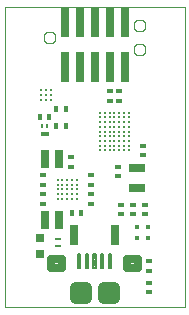
<source format=gtp>
G75*
%MOIN*%
%OFA0B0*%
%FSLAX25Y25*%
%IPPOS*%
%LPD*%
%AMOC8*
5,1,8,0,0,1.08239X$1,22.5*
%
%ADD10C,0.00000*%
%ADD11R,0.01969X0.01575*%
%ADD12R,0.05512X0.02756*%
%ADD13R,0.01575X0.01969*%
%ADD14C,0.00709*%
%ADD15R,0.01772X0.01772*%
%ADD16R,0.02500X0.10000*%
%ADD17R,0.03150X0.06299*%
%ADD18R,0.01850X0.00827*%
%ADD19R,0.02756X0.01575*%
%ADD20R,0.00984X0.01575*%
%ADD21R,0.02756X0.02756*%
%ADD22C,0.00787*%
%ADD23C,0.02756*%
%ADD24C,0.03740*%
%ADD25R,0.03150X0.06693*%
D10*
X0008150Y0096576D02*
X0008150Y0196576D01*
X0068150Y0196576D01*
X0068150Y0096576D01*
X0008150Y0096576D01*
X0051181Y0182576D02*
X0051183Y0182664D01*
X0051189Y0182752D01*
X0051199Y0182840D01*
X0051213Y0182928D01*
X0051230Y0183014D01*
X0051252Y0183100D01*
X0051277Y0183184D01*
X0051307Y0183268D01*
X0051339Y0183350D01*
X0051376Y0183430D01*
X0051416Y0183509D01*
X0051460Y0183586D01*
X0051507Y0183661D01*
X0051557Y0183733D01*
X0051611Y0183804D01*
X0051667Y0183871D01*
X0051727Y0183937D01*
X0051789Y0183999D01*
X0051855Y0184059D01*
X0051922Y0184115D01*
X0051993Y0184169D01*
X0052065Y0184219D01*
X0052140Y0184266D01*
X0052217Y0184310D01*
X0052296Y0184350D01*
X0052376Y0184387D01*
X0052458Y0184419D01*
X0052542Y0184449D01*
X0052626Y0184474D01*
X0052712Y0184496D01*
X0052798Y0184513D01*
X0052886Y0184527D01*
X0052974Y0184537D01*
X0053062Y0184543D01*
X0053150Y0184545D01*
X0053238Y0184543D01*
X0053326Y0184537D01*
X0053414Y0184527D01*
X0053502Y0184513D01*
X0053588Y0184496D01*
X0053674Y0184474D01*
X0053758Y0184449D01*
X0053842Y0184419D01*
X0053924Y0184387D01*
X0054004Y0184350D01*
X0054083Y0184310D01*
X0054160Y0184266D01*
X0054235Y0184219D01*
X0054307Y0184169D01*
X0054378Y0184115D01*
X0054445Y0184059D01*
X0054511Y0183999D01*
X0054573Y0183937D01*
X0054633Y0183871D01*
X0054689Y0183804D01*
X0054743Y0183733D01*
X0054793Y0183661D01*
X0054840Y0183586D01*
X0054884Y0183509D01*
X0054924Y0183430D01*
X0054961Y0183350D01*
X0054993Y0183268D01*
X0055023Y0183184D01*
X0055048Y0183100D01*
X0055070Y0183014D01*
X0055087Y0182928D01*
X0055101Y0182840D01*
X0055111Y0182752D01*
X0055117Y0182664D01*
X0055119Y0182576D01*
X0055117Y0182488D01*
X0055111Y0182400D01*
X0055101Y0182312D01*
X0055087Y0182224D01*
X0055070Y0182138D01*
X0055048Y0182052D01*
X0055023Y0181968D01*
X0054993Y0181884D01*
X0054961Y0181802D01*
X0054924Y0181722D01*
X0054884Y0181643D01*
X0054840Y0181566D01*
X0054793Y0181491D01*
X0054743Y0181419D01*
X0054689Y0181348D01*
X0054633Y0181281D01*
X0054573Y0181215D01*
X0054511Y0181153D01*
X0054445Y0181093D01*
X0054378Y0181037D01*
X0054307Y0180983D01*
X0054235Y0180933D01*
X0054160Y0180886D01*
X0054083Y0180842D01*
X0054004Y0180802D01*
X0053924Y0180765D01*
X0053842Y0180733D01*
X0053758Y0180703D01*
X0053674Y0180678D01*
X0053588Y0180656D01*
X0053502Y0180639D01*
X0053414Y0180625D01*
X0053326Y0180615D01*
X0053238Y0180609D01*
X0053150Y0180607D01*
X0053062Y0180609D01*
X0052974Y0180615D01*
X0052886Y0180625D01*
X0052798Y0180639D01*
X0052712Y0180656D01*
X0052626Y0180678D01*
X0052542Y0180703D01*
X0052458Y0180733D01*
X0052376Y0180765D01*
X0052296Y0180802D01*
X0052217Y0180842D01*
X0052140Y0180886D01*
X0052065Y0180933D01*
X0051993Y0180983D01*
X0051922Y0181037D01*
X0051855Y0181093D01*
X0051789Y0181153D01*
X0051727Y0181215D01*
X0051667Y0181281D01*
X0051611Y0181348D01*
X0051557Y0181419D01*
X0051507Y0181491D01*
X0051460Y0181566D01*
X0051416Y0181643D01*
X0051376Y0181722D01*
X0051339Y0181802D01*
X0051307Y0181884D01*
X0051277Y0181968D01*
X0051252Y0182052D01*
X0051230Y0182138D01*
X0051213Y0182224D01*
X0051199Y0182312D01*
X0051189Y0182400D01*
X0051183Y0182488D01*
X0051181Y0182576D01*
X0051181Y0190576D02*
X0051183Y0190664D01*
X0051189Y0190752D01*
X0051199Y0190840D01*
X0051213Y0190928D01*
X0051230Y0191014D01*
X0051252Y0191100D01*
X0051277Y0191184D01*
X0051307Y0191268D01*
X0051339Y0191350D01*
X0051376Y0191430D01*
X0051416Y0191509D01*
X0051460Y0191586D01*
X0051507Y0191661D01*
X0051557Y0191733D01*
X0051611Y0191804D01*
X0051667Y0191871D01*
X0051727Y0191937D01*
X0051789Y0191999D01*
X0051855Y0192059D01*
X0051922Y0192115D01*
X0051993Y0192169D01*
X0052065Y0192219D01*
X0052140Y0192266D01*
X0052217Y0192310D01*
X0052296Y0192350D01*
X0052376Y0192387D01*
X0052458Y0192419D01*
X0052542Y0192449D01*
X0052626Y0192474D01*
X0052712Y0192496D01*
X0052798Y0192513D01*
X0052886Y0192527D01*
X0052974Y0192537D01*
X0053062Y0192543D01*
X0053150Y0192545D01*
X0053238Y0192543D01*
X0053326Y0192537D01*
X0053414Y0192527D01*
X0053502Y0192513D01*
X0053588Y0192496D01*
X0053674Y0192474D01*
X0053758Y0192449D01*
X0053842Y0192419D01*
X0053924Y0192387D01*
X0054004Y0192350D01*
X0054083Y0192310D01*
X0054160Y0192266D01*
X0054235Y0192219D01*
X0054307Y0192169D01*
X0054378Y0192115D01*
X0054445Y0192059D01*
X0054511Y0191999D01*
X0054573Y0191937D01*
X0054633Y0191871D01*
X0054689Y0191804D01*
X0054743Y0191733D01*
X0054793Y0191661D01*
X0054840Y0191586D01*
X0054884Y0191509D01*
X0054924Y0191430D01*
X0054961Y0191350D01*
X0054993Y0191268D01*
X0055023Y0191184D01*
X0055048Y0191100D01*
X0055070Y0191014D01*
X0055087Y0190928D01*
X0055101Y0190840D01*
X0055111Y0190752D01*
X0055117Y0190664D01*
X0055119Y0190576D01*
X0055117Y0190488D01*
X0055111Y0190400D01*
X0055101Y0190312D01*
X0055087Y0190224D01*
X0055070Y0190138D01*
X0055048Y0190052D01*
X0055023Y0189968D01*
X0054993Y0189884D01*
X0054961Y0189802D01*
X0054924Y0189722D01*
X0054884Y0189643D01*
X0054840Y0189566D01*
X0054793Y0189491D01*
X0054743Y0189419D01*
X0054689Y0189348D01*
X0054633Y0189281D01*
X0054573Y0189215D01*
X0054511Y0189153D01*
X0054445Y0189093D01*
X0054378Y0189037D01*
X0054307Y0188983D01*
X0054235Y0188933D01*
X0054160Y0188886D01*
X0054083Y0188842D01*
X0054004Y0188802D01*
X0053924Y0188765D01*
X0053842Y0188733D01*
X0053758Y0188703D01*
X0053674Y0188678D01*
X0053588Y0188656D01*
X0053502Y0188639D01*
X0053414Y0188625D01*
X0053326Y0188615D01*
X0053238Y0188609D01*
X0053150Y0188607D01*
X0053062Y0188609D01*
X0052974Y0188615D01*
X0052886Y0188625D01*
X0052798Y0188639D01*
X0052712Y0188656D01*
X0052626Y0188678D01*
X0052542Y0188703D01*
X0052458Y0188733D01*
X0052376Y0188765D01*
X0052296Y0188802D01*
X0052217Y0188842D01*
X0052140Y0188886D01*
X0052065Y0188933D01*
X0051993Y0188983D01*
X0051922Y0189037D01*
X0051855Y0189093D01*
X0051789Y0189153D01*
X0051727Y0189215D01*
X0051667Y0189281D01*
X0051611Y0189348D01*
X0051557Y0189419D01*
X0051507Y0189491D01*
X0051460Y0189566D01*
X0051416Y0189643D01*
X0051376Y0189722D01*
X0051339Y0189802D01*
X0051307Y0189884D01*
X0051277Y0189968D01*
X0051252Y0190052D01*
X0051230Y0190138D01*
X0051213Y0190224D01*
X0051199Y0190312D01*
X0051189Y0190400D01*
X0051183Y0190488D01*
X0051181Y0190576D01*
X0021181Y0186576D02*
X0021183Y0186664D01*
X0021189Y0186752D01*
X0021199Y0186840D01*
X0021213Y0186928D01*
X0021230Y0187014D01*
X0021252Y0187100D01*
X0021277Y0187184D01*
X0021307Y0187268D01*
X0021339Y0187350D01*
X0021376Y0187430D01*
X0021416Y0187509D01*
X0021460Y0187586D01*
X0021507Y0187661D01*
X0021557Y0187733D01*
X0021611Y0187804D01*
X0021667Y0187871D01*
X0021727Y0187937D01*
X0021789Y0187999D01*
X0021855Y0188059D01*
X0021922Y0188115D01*
X0021993Y0188169D01*
X0022065Y0188219D01*
X0022140Y0188266D01*
X0022217Y0188310D01*
X0022296Y0188350D01*
X0022376Y0188387D01*
X0022458Y0188419D01*
X0022542Y0188449D01*
X0022626Y0188474D01*
X0022712Y0188496D01*
X0022798Y0188513D01*
X0022886Y0188527D01*
X0022974Y0188537D01*
X0023062Y0188543D01*
X0023150Y0188545D01*
X0023238Y0188543D01*
X0023326Y0188537D01*
X0023414Y0188527D01*
X0023502Y0188513D01*
X0023588Y0188496D01*
X0023674Y0188474D01*
X0023758Y0188449D01*
X0023842Y0188419D01*
X0023924Y0188387D01*
X0024004Y0188350D01*
X0024083Y0188310D01*
X0024160Y0188266D01*
X0024235Y0188219D01*
X0024307Y0188169D01*
X0024378Y0188115D01*
X0024445Y0188059D01*
X0024511Y0187999D01*
X0024573Y0187937D01*
X0024633Y0187871D01*
X0024689Y0187804D01*
X0024743Y0187733D01*
X0024793Y0187661D01*
X0024840Y0187586D01*
X0024884Y0187509D01*
X0024924Y0187430D01*
X0024961Y0187350D01*
X0024993Y0187268D01*
X0025023Y0187184D01*
X0025048Y0187100D01*
X0025070Y0187014D01*
X0025087Y0186928D01*
X0025101Y0186840D01*
X0025111Y0186752D01*
X0025117Y0186664D01*
X0025119Y0186576D01*
X0025117Y0186488D01*
X0025111Y0186400D01*
X0025101Y0186312D01*
X0025087Y0186224D01*
X0025070Y0186138D01*
X0025048Y0186052D01*
X0025023Y0185968D01*
X0024993Y0185884D01*
X0024961Y0185802D01*
X0024924Y0185722D01*
X0024884Y0185643D01*
X0024840Y0185566D01*
X0024793Y0185491D01*
X0024743Y0185419D01*
X0024689Y0185348D01*
X0024633Y0185281D01*
X0024573Y0185215D01*
X0024511Y0185153D01*
X0024445Y0185093D01*
X0024378Y0185037D01*
X0024307Y0184983D01*
X0024235Y0184933D01*
X0024160Y0184886D01*
X0024083Y0184842D01*
X0024004Y0184802D01*
X0023924Y0184765D01*
X0023842Y0184733D01*
X0023758Y0184703D01*
X0023674Y0184678D01*
X0023588Y0184656D01*
X0023502Y0184639D01*
X0023414Y0184625D01*
X0023326Y0184615D01*
X0023238Y0184609D01*
X0023150Y0184607D01*
X0023062Y0184609D01*
X0022974Y0184615D01*
X0022886Y0184625D01*
X0022798Y0184639D01*
X0022712Y0184656D01*
X0022626Y0184678D01*
X0022542Y0184703D01*
X0022458Y0184733D01*
X0022376Y0184765D01*
X0022296Y0184802D01*
X0022217Y0184842D01*
X0022140Y0184886D01*
X0022065Y0184933D01*
X0021993Y0184983D01*
X0021922Y0185037D01*
X0021855Y0185093D01*
X0021789Y0185153D01*
X0021727Y0185215D01*
X0021667Y0185281D01*
X0021611Y0185348D01*
X0021557Y0185419D01*
X0021507Y0185491D01*
X0021460Y0185566D01*
X0021416Y0185643D01*
X0021376Y0185722D01*
X0021339Y0185802D01*
X0021307Y0185884D01*
X0021277Y0185968D01*
X0021252Y0186052D01*
X0021230Y0186138D01*
X0021213Y0186224D01*
X0021199Y0186312D01*
X0021189Y0186400D01*
X0021183Y0186488D01*
X0021181Y0186576D01*
D11*
X0043189Y0168623D03*
X0046339Y0168623D03*
X0046339Y0165473D03*
X0043189Y0165473D03*
X0054213Y0150513D03*
X0054213Y0147363D03*
X0045945Y0143426D03*
X0045945Y0140277D03*
X0036890Y0140670D03*
X0036890Y0137521D03*
X0036890Y0134371D03*
X0036890Y0131221D03*
X0047126Y0130828D03*
X0047126Y0127678D03*
X0051063Y0127678D03*
X0055000Y0127678D03*
X0055000Y0130828D03*
X0051063Y0130828D03*
X0030197Y0143426D03*
X0030197Y0146576D03*
X0021142Y0140670D03*
X0021142Y0137521D03*
X0021142Y0134371D03*
X0021142Y0131221D03*
X0056181Y0111930D03*
X0056181Y0108781D03*
X0056181Y0104844D03*
X0056181Y0101694D03*
D12*
X0052244Y0136536D03*
X0052244Y0143229D03*
D13*
X0033741Y0128072D03*
X0030591Y0128072D03*
X0028622Y0157206D03*
X0025473Y0157206D03*
X0023111Y0159962D03*
X0019961Y0159962D03*
X0025473Y0162718D03*
X0028622Y0162718D03*
D14*
X0023504Y0165867D03*
X0021930Y0165867D03*
X0021930Y0167442D03*
X0023504Y0167442D03*
X0023504Y0169017D03*
X0021930Y0169017D03*
X0020355Y0169017D03*
X0020355Y0167442D03*
X0020355Y0165867D03*
X0040040Y0161536D03*
X0040040Y0159962D03*
X0041615Y0159962D03*
X0043189Y0159962D03*
X0043189Y0161536D03*
X0041615Y0161536D03*
X0044764Y0161536D03*
X0044764Y0159962D03*
X0046339Y0159962D03*
X0046339Y0161536D03*
X0047914Y0161536D03*
X0047914Y0159962D03*
X0049489Y0159962D03*
X0049489Y0161536D03*
X0049489Y0158387D03*
X0049489Y0156812D03*
X0049489Y0155237D03*
X0049489Y0153662D03*
X0049489Y0152088D03*
X0049489Y0150513D03*
X0049489Y0148938D03*
X0047914Y0148938D03*
X0047914Y0150513D03*
X0047914Y0152088D03*
X0047914Y0153662D03*
X0046339Y0153662D03*
X0046339Y0152088D03*
X0044764Y0152088D03*
X0044764Y0153662D03*
X0043189Y0153662D03*
X0043189Y0152088D03*
X0041615Y0152088D03*
X0041615Y0153662D03*
X0040040Y0153662D03*
X0040040Y0152088D03*
X0040040Y0150513D03*
X0041615Y0150513D03*
X0043189Y0150513D03*
X0043189Y0148938D03*
X0041615Y0148938D03*
X0040040Y0148938D03*
X0044764Y0148938D03*
X0044764Y0150513D03*
X0046339Y0150513D03*
X0046339Y0148938D03*
X0046339Y0155237D03*
X0047914Y0155237D03*
X0047914Y0156812D03*
X0047914Y0158387D03*
X0046339Y0158387D03*
X0044764Y0158387D03*
X0043189Y0158387D03*
X0041615Y0158387D03*
X0041615Y0156812D03*
X0043189Y0156812D03*
X0043189Y0155237D03*
X0041615Y0155237D03*
X0040040Y0155237D03*
X0040040Y0156812D03*
X0040040Y0158387D03*
X0044764Y0156812D03*
X0044764Y0155237D03*
X0046339Y0156812D03*
X0032166Y0139095D03*
X0032166Y0137521D03*
X0030591Y0137521D03*
X0030591Y0139095D03*
X0029016Y0139095D03*
X0029016Y0137521D03*
X0027441Y0137521D03*
X0025867Y0137521D03*
X0025867Y0139095D03*
X0027441Y0139095D03*
X0027441Y0135946D03*
X0025867Y0135946D03*
X0025867Y0134371D03*
X0027441Y0134371D03*
X0027441Y0132796D03*
X0025867Y0132796D03*
X0029016Y0132796D03*
X0030591Y0132796D03*
X0032166Y0132796D03*
X0032166Y0134371D03*
X0032166Y0135946D03*
X0030591Y0135946D03*
X0029016Y0135946D03*
X0029016Y0134371D03*
X0030591Y0134371D03*
D15*
X0052477Y0123249D03*
X0055823Y0123249D03*
X0055823Y0119903D03*
X0052477Y0119903D03*
D16*
X0048150Y0176576D03*
X0043150Y0176576D03*
X0038150Y0176576D03*
X0033150Y0176576D03*
X0028150Y0176576D03*
X0028150Y0191576D03*
X0033150Y0191576D03*
X0038150Y0191576D03*
X0043150Y0191576D03*
X0048150Y0191576D03*
D17*
X0026260Y0146182D03*
X0021536Y0146182D03*
X0021536Y0125710D03*
X0026260Y0125710D03*
D18*
X0025867Y0119529D03*
X0025867Y0116930D03*
D19*
X0021536Y0154253D03*
D20*
X0022422Y0157009D03*
X0020650Y0157009D03*
D21*
X0019961Y0119804D03*
X0019961Y0114292D03*
D22*
X0032638Y0114371D02*
X0033426Y0114371D01*
X0033426Y0109843D01*
X0032638Y0109843D01*
X0032638Y0114371D01*
X0032638Y0110629D02*
X0033426Y0110629D01*
X0033426Y0111415D02*
X0032638Y0111415D01*
X0032638Y0112201D02*
X0033426Y0112201D01*
X0033426Y0112987D02*
X0032638Y0112987D01*
X0032638Y0113773D02*
X0033426Y0113773D01*
X0035197Y0114371D02*
X0035985Y0114371D01*
X0035985Y0109843D01*
X0035197Y0109843D01*
X0035197Y0114371D01*
X0035197Y0110629D02*
X0035985Y0110629D01*
X0035985Y0111415D02*
X0035197Y0111415D01*
X0035197Y0112201D02*
X0035985Y0112201D01*
X0035985Y0112987D02*
X0035197Y0112987D01*
X0035197Y0113773D02*
X0035985Y0113773D01*
X0037756Y0114371D02*
X0038544Y0114371D01*
X0038544Y0109843D01*
X0037756Y0109843D01*
X0037756Y0114371D01*
X0037756Y0110629D02*
X0038544Y0110629D01*
X0038544Y0111415D02*
X0037756Y0111415D01*
X0037756Y0112201D02*
X0038544Y0112201D01*
X0038544Y0112987D02*
X0037756Y0112987D01*
X0037756Y0113773D02*
X0038544Y0113773D01*
X0040315Y0114371D02*
X0041103Y0114371D01*
X0041103Y0109843D01*
X0040315Y0109843D01*
X0040315Y0114371D01*
X0040315Y0110629D02*
X0041103Y0110629D01*
X0041103Y0111415D02*
X0040315Y0111415D01*
X0040315Y0112201D02*
X0041103Y0112201D01*
X0041103Y0112987D02*
X0040315Y0112987D01*
X0040315Y0113773D02*
X0041103Y0113773D01*
X0042874Y0114371D02*
X0043662Y0114371D01*
X0043662Y0109843D01*
X0042874Y0109843D01*
X0042874Y0114371D01*
X0042874Y0110629D02*
X0043662Y0110629D01*
X0043662Y0111415D02*
X0042874Y0111415D01*
X0042874Y0112201D02*
X0043662Y0112201D01*
X0043662Y0112987D02*
X0042874Y0112987D01*
X0042874Y0113773D02*
X0043662Y0113773D01*
D23*
X0052519Y0112599D02*
X0052519Y0109843D01*
X0048977Y0109843D01*
X0048977Y0112599D01*
X0052519Y0112599D01*
X0052519Y0112598D02*
X0048977Y0112598D01*
X0027323Y0112599D02*
X0027323Y0109843D01*
X0023781Y0109843D01*
X0023781Y0112599D01*
X0027323Y0112599D01*
X0027323Y0112598D02*
X0023781Y0112598D01*
D24*
X0031556Y0099706D02*
X0035296Y0099706D01*
X0031556Y0099706D02*
X0031556Y0103446D01*
X0035296Y0103446D01*
X0035296Y0099706D01*
X0035296Y0103445D02*
X0031556Y0103445D01*
X0041004Y0099706D02*
X0044744Y0099706D01*
X0041004Y0099706D02*
X0041004Y0103446D01*
X0044744Y0103446D01*
X0044744Y0099706D01*
X0044744Y0103445D02*
X0041004Y0103445D01*
D25*
X0044843Y0120576D03*
X0031457Y0120576D03*
M02*

</source>
